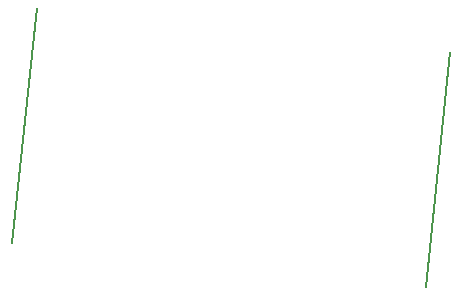
<source format=gbr>
%TF.GenerationSoftware,KiCad,Pcbnew,(6.0.4)*%
%TF.CreationDate,2022-07-07T20:03:21+02:00*%
%TF.ProjectId,battoota_min,62617474-6f6f-4746-915f-6d696e2e6b69,v1.0.0*%
%TF.SameCoordinates,Original*%
%TF.FileFunction,Other,Comment*%
%FSLAX46Y46*%
G04 Gerber Fmt 4.6, Leading zero omitted, Abs format (unit mm)*
G04 Created by KiCad (PCBNEW (6.0.4)) date 2022-07-07 20:03:21*
%MOMM*%
%LPD*%
G01*
G04 APERTURE LIST*
%ADD10C,0.200000*%
G04 APERTURE END LIST*
D10*
%TO.C,REF\u002A\u002A*%
X269591943Y-104345278D02*
X271682512Y-84454840D01*
X234584772Y-100665876D02*
X236675341Y-80775438D01*
%TD*%
M02*

</source>
